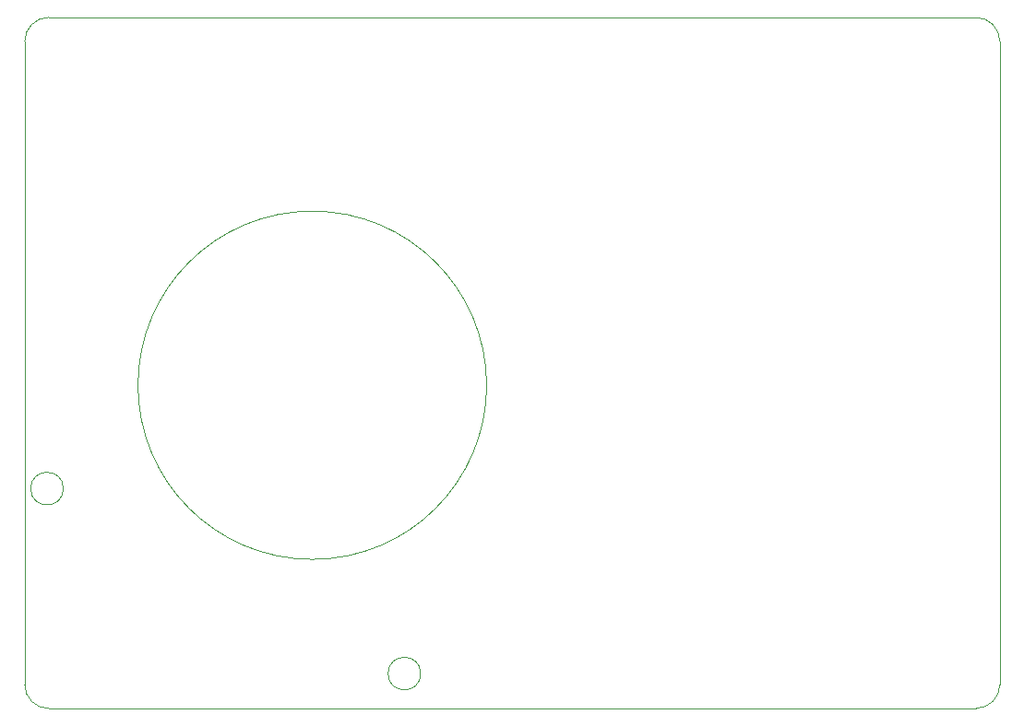
<source format=gbr>
%TF.GenerationSoftware,KiCad,Pcbnew,9.0.6-9.0.6~ubuntu24.04.1*%
%TF.CreationDate,2025-11-09T17:39:36+01:00*%
%TF.ProjectId,Planktoscope-Hat,506c616e-6b74-46f7-9363-6f70652d4861,rev?*%
%TF.SameCoordinates,Original*%
%TF.FileFunction,Profile,NP*%
%FSLAX46Y46*%
G04 Gerber Fmt 4.6, Leading zero omitted, Abs format (unit mm)*
G04 Created by KiCad (PCBNEW 9.0.6-9.0.6~ubuntu24.04.1) date 2025-11-09 17:39:36*
%MOMM*%
%LPD*%
G01*
G04 APERTURE LIST*
%TA.AperFunction,Profile*%
%ADD10C,0.050000*%
%TD*%
G04 APERTURE END LIST*
D10*
X155000000Y-95000000D02*
G75*
G02*
X152800000Y-97200000I-2200000J0D01*
G01*
X65500000Y-35900000D02*
G75*
G02*
X67700000Y-33700000I2200000J0D01*
G01*
X155000000Y-95000000D02*
X155000000Y-35900000D01*
X67700000Y-97200000D02*
G75*
G02*
X65500000Y-95000000I0J2200000D01*
G01*
X67700000Y-97200000D02*
X152800000Y-97200000D01*
X67700000Y-33700000D02*
X152800000Y-33700000D01*
X107900000Y-67500000D02*
G75*
G02*
X75900000Y-67500000I-16000000J0D01*
G01*
X75900000Y-67500000D02*
G75*
G02*
X107900000Y-67500000I16000000J0D01*
G01*
X152800000Y-33700000D02*
G75*
G02*
X155000000Y-35900000I0J-2200000D01*
G01*
X65500000Y-35900000D02*
X65500000Y-95200000D01*
%TO.C,J2*%
X69050000Y-76995000D02*
G75*
G02*
X66050000Y-76995000I-1500000J0D01*
G01*
X66050000Y-76995000D02*
G75*
G02*
X69050000Y-76995000I1500000J0D01*
G01*
X101850000Y-93995000D02*
G75*
G02*
X98850000Y-93995000I-1500000J0D01*
G01*
X98850000Y-93995000D02*
G75*
G02*
X101850000Y-93995000I1500000J0D01*
G01*
%TD*%
M02*

</source>
